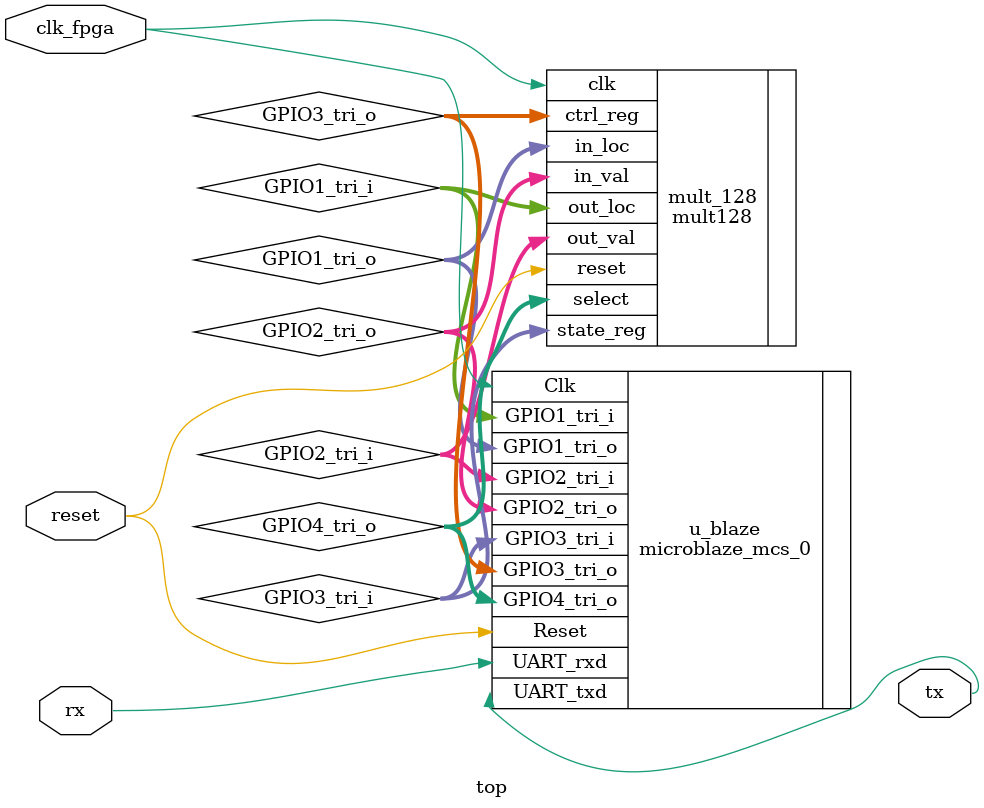
<source format=v>
`timescale 1ns / 1ps

module top(
        input  clk_fpga,        //FPGA system clk 100MHz
        input  reset,           //reset
        input  rx,              //USB-RS232 Interface: Rx 
        output tx               //USB-RS232 Interface: Tx
    );
    
    wire [31:0] GPIO1_tri_i;    
    wire [31:0] GPIO2_tri_i;
    wire [31:0] GPIO3_tri_i;
        
    wire [31:0] GPIO1_tri_o;    
    wire [31:0] GPIO2_tri_o;    
    wire [31:0] GPIO3_tri_o; 
    wire [31:0] GPIO4_tri_o;   

    //128-bit multiplier
    mult128 mult_128(
        .clk(clk_fpga),             //clock
        .reset(reset),              //reset
        
        .select(GPIO4_tri_o),       //select: 0 - multipliction, 1 - division 
        .in_loc(GPIO1_tri_o),       //the index location for a 32-bit chunk of the 128-bit input value
        .in_val(GPIO2_tri_o),       //the 32-bit chunk input value   
        .ctrl_reg(GPIO3_tri_o),     //control register: start/stop/restart multiplication
        
        .out_loc(GPIO1_tri_i),      //a location for a 32-bit chunk of the 64-bit output values
        .out_val(GPIO2_tri_i),      //the 32-bit chunk output value
        .state_reg(GPIO3_tri_i)     //state
    );
    
    //Microblaze MCS 
    microblaze_mcs_0 u_blaze (
        .Clk(clk_fpga),              //input wire Clk
        .Reset(reset),               //input wire Reset
        .UART_rxd(rx),               //input wire UART_rxd
        .UART_txd(tx),               //output wire UART_txd
        .GPIO1_tri_i(GPIO1_tri_i),   //input wire [31 : 0] GPIO1_tri_i
        .GPIO2_tri_i(GPIO2_tri_i),   //input wire [31 : 0] GPIO2_tri_i
        .GPIO3_tri_i(GPIO3_tri_i),   //input wire [31 : 0] GPIO3_tri_i
        .GPIO1_tri_o(GPIO1_tri_o),   //output wire [31 : 0] GPIO1_tri_o
        .GPIO2_tri_o(GPIO2_tri_o),   //output wire [31 : 0] GPIO2_tri_o
        .GPIO3_tri_o(GPIO3_tri_o),   //output wire [31 : 0] GPIO3_tri_o
        .GPIO4_tri_o(GPIO4_tri_o)    //output wire [31 : 0] GPIO4_tri_o
    );
    
endmodule

</source>
